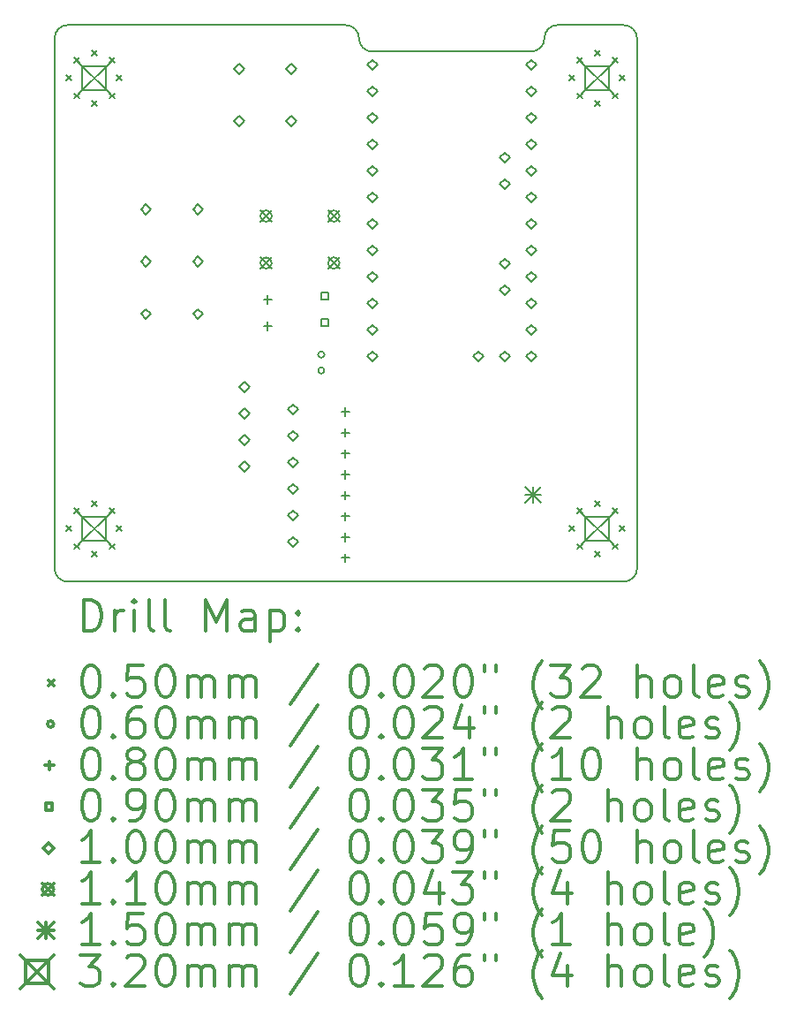
<source format=gbr>
%FSLAX45Y45*%
G04 Gerber Fmt 4.5, Leading zero omitted, Abs format (unit mm)*
G04 Created by KiCad (PCBNEW (5.0.2)-1) date 20.03.2019 19:27:39*
%MOMM*%
%LPD*%
G01*
G04 APERTURE LIST*
%ADD10C,0.150000*%
%ADD11C,0.200000*%
%ADD12C,0.300000*%
G04 APERTURE END LIST*
D10*
X17272000Y-5080000D02*
X17907000Y-5080000D01*
X17145000Y-5207000D02*
G75*
G02X17272000Y-5080000I127000J0D01*
G01*
X15240000Y-5080000D02*
G75*
G02X15367000Y-5207000I0J-127000D01*
G01*
X15494000Y-5334000D02*
G75*
G02X15367000Y-5207000I0J127000D01*
G01*
X17145000Y-5207000D02*
G75*
G02X17018000Y-5334000I-127000J0D01*
G01*
X15494000Y-5334000D02*
X17018000Y-5334000D01*
X18034000Y-10287000D02*
G75*
G02X17907000Y-10414000I-127000J0D01*
G01*
X12573000Y-10414000D02*
G75*
G02X12446000Y-10287000I0J127000D01*
G01*
X12446000Y-5207000D02*
G75*
G02X12573000Y-5080000I127000J0D01*
G01*
X17907000Y-5080000D02*
G75*
G02X18034000Y-5207000I0J-127000D01*
G01*
X15240000Y-5080000D02*
X12573000Y-5080000D01*
X18034000Y-10287000D02*
X18034000Y-5207000D01*
X12573000Y-10414000D02*
X17907000Y-10414000D01*
X12446000Y-5207000D02*
X12446000Y-10287000D01*
D11*
X17388000Y-9881000D02*
X17438000Y-9931000D01*
X17438000Y-9881000D02*
X17388000Y-9931000D01*
X17458294Y-9711294D02*
X17508294Y-9761294D01*
X17508294Y-9711294D02*
X17458294Y-9761294D01*
X17458294Y-10050706D02*
X17508294Y-10100706D01*
X17508294Y-10050706D02*
X17458294Y-10100706D01*
X17628000Y-9641000D02*
X17678000Y-9691000D01*
X17678000Y-9641000D02*
X17628000Y-9691000D01*
X17628000Y-10121000D02*
X17678000Y-10171000D01*
X17678000Y-10121000D02*
X17628000Y-10171000D01*
X17797706Y-9711294D02*
X17847706Y-9761294D01*
X17847706Y-9711294D02*
X17797706Y-9761294D01*
X17797706Y-10050706D02*
X17847706Y-10100706D01*
X17847706Y-10050706D02*
X17797706Y-10100706D01*
X17868000Y-9881000D02*
X17918000Y-9931000D01*
X17918000Y-9881000D02*
X17868000Y-9931000D01*
X12562000Y-9881000D02*
X12612000Y-9931000D01*
X12612000Y-9881000D02*
X12562000Y-9931000D01*
X12632294Y-9711294D02*
X12682294Y-9761294D01*
X12682294Y-9711294D02*
X12632294Y-9761294D01*
X12632294Y-10050706D02*
X12682294Y-10100706D01*
X12682294Y-10050706D02*
X12632294Y-10100706D01*
X12802000Y-9641000D02*
X12852000Y-9691000D01*
X12852000Y-9641000D02*
X12802000Y-9691000D01*
X12802000Y-10121000D02*
X12852000Y-10171000D01*
X12852000Y-10121000D02*
X12802000Y-10171000D01*
X12971706Y-9711294D02*
X13021706Y-9761294D01*
X13021706Y-9711294D02*
X12971706Y-9761294D01*
X12971706Y-10050706D02*
X13021706Y-10100706D01*
X13021706Y-10050706D02*
X12971706Y-10100706D01*
X13042000Y-9881000D02*
X13092000Y-9931000D01*
X13092000Y-9881000D02*
X13042000Y-9931000D01*
X17388000Y-5563000D02*
X17438000Y-5613000D01*
X17438000Y-5563000D02*
X17388000Y-5613000D01*
X17458294Y-5393294D02*
X17508294Y-5443294D01*
X17508294Y-5393294D02*
X17458294Y-5443294D01*
X17458294Y-5732706D02*
X17508294Y-5782706D01*
X17508294Y-5732706D02*
X17458294Y-5782706D01*
X17628000Y-5323000D02*
X17678000Y-5373000D01*
X17678000Y-5323000D02*
X17628000Y-5373000D01*
X17628000Y-5803000D02*
X17678000Y-5853000D01*
X17678000Y-5803000D02*
X17628000Y-5853000D01*
X17797706Y-5393294D02*
X17847706Y-5443294D01*
X17847706Y-5393294D02*
X17797706Y-5443294D01*
X17797706Y-5732706D02*
X17847706Y-5782706D01*
X17847706Y-5732706D02*
X17797706Y-5782706D01*
X17868000Y-5563000D02*
X17918000Y-5613000D01*
X17918000Y-5563000D02*
X17868000Y-5613000D01*
X12562000Y-5563000D02*
X12612000Y-5613000D01*
X12612000Y-5563000D02*
X12562000Y-5613000D01*
X12632294Y-5393294D02*
X12682294Y-5443294D01*
X12682294Y-5393294D02*
X12632294Y-5443294D01*
X12632294Y-5732706D02*
X12682294Y-5782706D01*
X12682294Y-5732706D02*
X12632294Y-5782706D01*
X12802000Y-5323000D02*
X12852000Y-5373000D01*
X12852000Y-5323000D02*
X12802000Y-5373000D01*
X12802000Y-5803000D02*
X12852000Y-5853000D01*
X12852000Y-5803000D02*
X12802000Y-5853000D01*
X12971706Y-5393294D02*
X13021706Y-5443294D01*
X13021706Y-5393294D02*
X12971706Y-5443294D01*
X12971706Y-5732706D02*
X13021706Y-5782706D01*
X13021706Y-5732706D02*
X12971706Y-5782706D01*
X13042000Y-5563000D02*
X13092000Y-5613000D01*
X13092000Y-5563000D02*
X13042000Y-5613000D01*
X15035000Y-8238350D02*
G75*
G03X15035000Y-8238350I-30000J0D01*
G01*
X15035000Y-8388350D02*
G75*
G03X15035000Y-8388350I-30000J0D01*
G01*
X14490700Y-7668900D02*
X14490700Y-7748900D01*
X14450700Y-7708900D02*
X14530700Y-7708900D01*
X14490700Y-7922900D02*
X14490700Y-8002900D01*
X14450700Y-7962900D02*
X14530700Y-7962900D01*
X15236000Y-8746000D02*
X15236000Y-8826000D01*
X15196000Y-8786000D02*
X15276000Y-8786000D01*
X15236000Y-8946000D02*
X15236000Y-9026000D01*
X15196000Y-8986000D02*
X15276000Y-8986000D01*
X15236000Y-9146000D02*
X15236000Y-9226000D01*
X15196000Y-9186000D02*
X15276000Y-9186000D01*
X15236000Y-9346000D02*
X15236000Y-9426000D01*
X15196000Y-9386000D02*
X15276000Y-9386000D01*
X15236000Y-9546000D02*
X15236000Y-9626000D01*
X15196000Y-9586000D02*
X15276000Y-9586000D01*
X15236000Y-9746000D02*
X15236000Y-9826000D01*
X15196000Y-9786000D02*
X15276000Y-9786000D01*
X15236000Y-9946000D02*
X15236000Y-10026000D01*
X15196000Y-9986000D02*
X15276000Y-9986000D01*
X15236000Y-10146000D02*
X15236000Y-10226000D01*
X15196000Y-10186000D02*
X15276000Y-10186000D01*
X15068620Y-7708970D02*
X15068620Y-7645330D01*
X15004980Y-7645330D01*
X15004980Y-7708970D01*
X15068620Y-7708970D01*
X15068620Y-7962970D02*
X15068620Y-7899330D01*
X15004980Y-7899330D01*
X15004980Y-7962970D01*
X15068620Y-7962970D01*
X14732000Y-8813000D02*
X14782000Y-8763000D01*
X14732000Y-8713000D01*
X14682000Y-8763000D01*
X14732000Y-8813000D01*
X14732000Y-9067000D02*
X14782000Y-9017000D01*
X14732000Y-8967000D01*
X14682000Y-9017000D01*
X14732000Y-9067000D01*
X14732000Y-9321000D02*
X14782000Y-9271000D01*
X14732000Y-9221000D01*
X14682000Y-9271000D01*
X14732000Y-9321000D01*
X14732000Y-9575000D02*
X14782000Y-9525000D01*
X14732000Y-9475000D01*
X14682000Y-9525000D01*
X14732000Y-9575000D01*
X14732000Y-9829000D02*
X14782000Y-9779000D01*
X14732000Y-9729000D01*
X14682000Y-9779000D01*
X14732000Y-9829000D01*
X14732000Y-10083000D02*
X14782000Y-10033000D01*
X14732000Y-9983000D01*
X14682000Y-10033000D01*
X14732000Y-10083000D01*
X14219300Y-5550750D02*
X14269300Y-5500750D01*
X14219300Y-5450750D01*
X14169300Y-5500750D01*
X14219300Y-5550750D01*
X14219300Y-6050750D02*
X14269300Y-6000750D01*
X14219300Y-5950750D01*
X14169300Y-6000750D01*
X14219300Y-6050750D01*
X14719300Y-5550750D02*
X14769300Y-5500750D01*
X14719300Y-5450750D01*
X14669300Y-5500750D01*
X14719300Y-5550750D01*
X14719300Y-6050750D02*
X14769300Y-6000750D01*
X14719300Y-5950750D01*
X14669300Y-6000750D01*
X14719300Y-6050750D01*
X15494000Y-5511000D02*
X15544000Y-5461000D01*
X15494000Y-5411000D01*
X15444000Y-5461000D01*
X15494000Y-5511000D01*
X15494000Y-5765000D02*
X15544000Y-5715000D01*
X15494000Y-5665000D01*
X15444000Y-5715000D01*
X15494000Y-5765000D01*
X15494000Y-6019000D02*
X15544000Y-5969000D01*
X15494000Y-5919000D01*
X15444000Y-5969000D01*
X15494000Y-6019000D01*
X15494000Y-6273000D02*
X15544000Y-6223000D01*
X15494000Y-6173000D01*
X15444000Y-6223000D01*
X15494000Y-6273000D01*
X15494000Y-6527000D02*
X15544000Y-6477000D01*
X15494000Y-6427000D01*
X15444000Y-6477000D01*
X15494000Y-6527000D01*
X15494000Y-6781000D02*
X15544000Y-6731000D01*
X15494000Y-6681000D01*
X15444000Y-6731000D01*
X15494000Y-6781000D01*
X15494000Y-7035000D02*
X15544000Y-6985000D01*
X15494000Y-6935000D01*
X15444000Y-6985000D01*
X15494000Y-7035000D01*
X15494000Y-7289000D02*
X15544000Y-7239000D01*
X15494000Y-7189000D01*
X15444000Y-7239000D01*
X15494000Y-7289000D01*
X15494000Y-7543000D02*
X15544000Y-7493000D01*
X15494000Y-7443000D01*
X15444000Y-7493000D01*
X15494000Y-7543000D01*
X15494000Y-7797000D02*
X15544000Y-7747000D01*
X15494000Y-7697000D01*
X15444000Y-7747000D01*
X15494000Y-7797000D01*
X15494000Y-8051000D02*
X15544000Y-8001000D01*
X15494000Y-7951000D01*
X15444000Y-8001000D01*
X15494000Y-8051000D01*
X15494000Y-8305000D02*
X15544000Y-8255000D01*
X15494000Y-8205000D01*
X15444000Y-8255000D01*
X15494000Y-8305000D01*
X16510000Y-8305000D02*
X16560000Y-8255000D01*
X16510000Y-8205000D01*
X16460000Y-8255000D01*
X16510000Y-8305000D01*
X16764000Y-6400000D02*
X16814000Y-6350000D01*
X16764000Y-6300000D01*
X16714000Y-6350000D01*
X16764000Y-6400000D01*
X16764000Y-6654000D02*
X16814000Y-6604000D01*
X16764000Y-6554000D01*
X16714000Y-6604000D01*
X16764000Y-6654000D01*
X16764000Y-7416000D02*
X16814000Y-7366000D01*
X16764000Y-7316000D01*
X16714000Y-7366000D01*
X16764000Y-7416000D01*
X16764000Y-7670000D02*
X16814000Y-7620000D01*
X16764000Y-7570000D01*
X16714000Y-7620000D01*
X16764000Y-7670000D01*
X16764000Y-8305000D02*
X16814000Y-8255000D01*
X16764000Y-8205000D01*
X16714000Y-8255000D01*
X16764000Y-8305000D01*
X17018000Y-5511000D02*
X17068000Y-5461000D01*
X17018000Y-5411000D01*
X16968000Y-5461000D01*
X17018000Y-5511000D01*
X17018000Y-5765000D02*
X17068000Y-5715000D01*
X17018000Y-5665000D01*
X16968000Y-5715000D01*
X17018000Y-5765000D01*
X17018000Y-6019000D02*
X17068000Y-5969000D01*
X17018000Y-5919000D01*
X16968000Y-5969000D01*
X17018000Y-6019000D01*
X17018000Y-6273000D02*
X17068000Y-6223000D01*
X17018000Y-6173000D01*
X16968000Y-6223000D01*
X17018000Y-6273000D01*
X17018000Y-6527000D02*
X17068000Y-6477000D01*
X17018000Y-6427000D01*
X16968000Y-6477000D01*
X17018000Y-6527000D01*
X17018000Y-6781000D02*
X17068000Y-6731000D01*
X17018000Y-6681000D01*
X16968000Y-6731000D01*
X17018000Y-6781000D01*
X17018000Y-7035000D02*
X17068000Y-6985000D01*
X17018000Y-6935000D01*
X16968000Y-6985000D01*
X17018000Y-7035000D01*
X17018000Y-7289000D02*
X17068000Y-7239000D01*
X17018000Y-7189000D01*
X16968000Y-7239000D01*
X17018000Y-7289000D01*
X17018000Y-7543000D02*
X17068000Y-7493000D01*
X17018000Y-7443000D01*
X16968000Y-7493000D01*
X17018000Y-7543000D01*
X17018000Y-7797000D02*
X17068000Y-7747000D01*
X17018000Y-7697000D01*
X16968000Y-7747000D01*
X17018000Y-7797000D01*
X17018000Y-8051000D02*
X17068000Y-8001000D01*
X17018000Y-7951000D01*
X16968000Y-8001000D01*
X17018000Y-8051000D01*
X17018000Y-8305000D02*
X17068000Y-8255000D01*
X17018000Y-8205000D01*
X16968000Y-8255000D01*
X17018000Y-8305000D01*
X14268400Y-8597100D02*
X14318400Y-8547100D01*
X14268400Y-8497100D01*
X14218400Y-8547100D01*
X14268400Y-8597100D01*
X14268400Y-8851100D02*
X14318400Y-8801100D01*
X14268400Y-8751100D01*
X14218400Y-8801100D01*
X14268400Y-8851100D01*
X14268400Y-9105100D02*
X14318400Y-9055100D01*
X14268400Y-9005100D01*
X14218400Y-9055100D01*
X14268400Y-9105100D01*
X14268400Y-9359100D02*
X14318400Y-9309100D01*
X14268400Y-9259100D01*
X14218400Y-9309100D01*
X14268400Y-9359100D01*
X13324000Y-6898600D02*
X13374000Y-6848600D01*
X13324000Y-6798600D01*
X13274000Y-6848600D01*
X13324000Y-6898600D01*
X13324000Y-7398600D02*
X13374000Y-7348600D01*
X13324000Y-7298600D01*
X13274000Y-7348600D01*
X13324000Y-7398600D01*
X13324000Y-7898600D02*
X13374000Y-7848600D01*
X13324000Y-7798600D01*
X13274000Y-7848600D01*
X13324000Y-7898600D01*
X13824000Y-6898600D02*
X13874000Y-6848600D01*
X13824000Y-6798600D01*
X13774000Y-6848600D01*
X13824000Y-6898600D01*
X13824000Y-7398600D02*
X13874000Y-7348600D01*
X13824000Y-7298600D01*
X13774000Y-7348600D01*
X13824000Y-7398600D01*
X13824000Y-7898600D02*
X13874000Y-7848600D01*
X13824000Y-7798600D01*
X13774000Y-7848600D01*
X13824000Y-7898600D01*
X14420700Y-6854650D02*
X14530700Y-6964650D01*
X14530700Y-6854650D02*
X14420700Y-6964650D01*
X14530700Y-6909650D02*
G75*
G03X14530700Y-6909650I-55000J0D01*
G01*
X14420700Y-7304650D02*
X14530700Y-7414650D01*
X14530700Y-7304650D02*
X14420700Y-7414650D01*
X14530700Y-7359650D02*
G75*
G03X14530700Y-7359650I-55000J0D01*
G01*
X15070700Y-6854650D02*
X15180700Y-6964650D01*
X15180700Y-6854650D02*
X15070700Y-6964650D01*
X15180700Y-6909650D02*
G75*
G03X15180700Y-6909650I-55000J0D01*
G01*
X15070700Y-7304650D02*
X15180700Y-7414650D01*
X15180700Y-7304650D02*
X15070700Y-7414650D01*
X15180700Y-7359650D02*
G75*
G03X15180700Y-7359650I-55000J0D01*
G01*
X16963300Y-9507150D02*
X17113300Y-9657150D01*
X17113300Y-9507150D02*
X16963300Y-9657150D01*
X17038300Y-9507150D02*
X17038300Y-9657150D01*
X16963300Y-9582150D02*
X17113300Y-9582150D01*
X17493000Y-9746000D02*
X17813000Y-10066000D01*
X17813000Y-9746000D02*
X17493000Y-10066000D01*
X17766138Y-10019138D02*
X17766138Y-9792862D01*
X17539862Y-9792862D01*
X17539862Y-10019138D01*
X17766138Y-10019138D01*
X12667000Y-9746000D02*
X12987000Y-10066000D01*
X12987000Y-9746000D02*
X12667000Y-10066000D01*
X12940138Y-10019138D02*
X12940138Y-9792862D01*
X12713862Y-9792862D01*
X12713862Y-10019138D01*
X12940138Y-10019138D01*
X17493000Y-5428000D02*
X17813000Y-5748000D01*
X17813000Y-5428000D02*
X17493000Y-5748000D01*
X17766138Y-5701138D02*
X17766138Y-5474862D01*
X17539862Y-5474862D01*
X17539862Y-5701138D01*
X17766138Y-5701138D01*
X12667000Y-5428000D02*
X12987000Y-5748000D01*
X12987000Y-5428000D02*
X12667000Y-5748000D01*
X12940138Y-5701138D02*
X12940138Y-5474862D01*
X12713862Y-5474862D01*
X12713862Y-5701138D01*
X12940138Y-5701138D01*
D12*
X12724928Y-10887214D02*
X12724928Y-10587214D01*
X12796357Y-10587214D01*
X12839214Y-10601500D01*
X12867786Y-10630072D01*
X12882071Y-10658643D01*
X12896357Y-10715786D01*
X12896357Y-10758643D01*
X12882071Y-10815786D01*
X12867786Y-10844357D01*
X12839214Y-10872929D01*
X12796357Y-10887214D01*
X12724928Y-10887214D01*
X13024928Y-10887214D02*
X13024928Y-10687214D01*
X13024928Y-10744357D02*
X13039214Y-10715786D01*
X13053500Y-10701500D01*
X13082071Y-10687214D01*
X13110643Y-10687214D01*
X13210643Y-10887214D02*
X13210643Y-10687214D01*
X13210643Y-10587214D02*
X13196357Y-10601500D01*
X13210643Y-10615786D01*
X13224928Y-10601500D01*
X13210643Y-10587214D01*
X13210643Y-10615786D01*
X13396357Y-10887214D02*
X13367786Y-10872929D01*
X13353500Y-10844357D01*
X13353500Y-10587214D01*
X13553500Y-10887214D02*
X13524928Y-10872929D01*
X13510643Y-10844357D01*
X13510643Y-10587214D01*
X13896357Y-10887214D02*
X13896357Y-10587214D01*
X13996357Y-10801500D01*
X14096357Y-10587214D01*
X14096357Y-10887214D01*
X14367786Y-10887214D02*
X14367786Y-10730072D01*
X14353500Y-10701500D01*
X14324928Y-10687214D01*
X14267786Y-10687214D01*
X14239214Y-10701500D01*
X14367786Y-10872929D02*
X14339214Y-10887214D01*
X14267786Y-10887214D01*
X14239214Y-10872929D01*
X14224928Y-10844357D01*
X14224928Y-10815786D01*
X14239214Y-10787214D01*
X14267786Y-10772929D01*
X14339214Y-10772929D01*
X14367786Y-10758643D01*
X14510643Y-10687214D02*
X14510643Y-10987214D01*
X14510643Y-10701500D02*
X14539214Y-10687214D01*
X14596357Y-10687214D01*
X14624928Y-10701500D01*
X14639214Y-10715786D01*
X14653500Y-10744357D01*
X14653500Y-10830072D01*
X14639214Y-10858643D01*
X14624928Y-10872929D01*
X14596357Y-10887214D01*
X14539214Y-10887214D01*
X14510643Y-10872929D01*
X14782071Y-10858643D02*
X14796357Y-10872929D01*
X14782071Y-10887214D01*
X14767786Y-10872929D01*
X14782071Y-10858643D01*
X14782071Y-10887214D01*
X14782071Y-10701500D02*
X14796357Y-10715786D01*
X14782071Y-10730072D01*
X14767786Y-10715786D01*
X14782071Y-10701500D01*
X14782071Y-10730072D01*
X12388500Y-11356500D02*
X12438500Y-11406500D01*
X12438500Y-11356500D02*
X12388500Y-11406500D01*
X12782071Y-11217214D02*
X12810643Y-11217214D01*
X12839214Y-11231500D01*
X12853500Y-11245786D01*
X12867786Y-11274357D01*
X12882071Y-11331500D01*
X12882071Y-11402929D01*
X12867786Y-11460071D01*
X12853500Y-11488643D01*
X12839214Y-11502929D01*
X12810643Y-11517214D01*
X12782071Y-11517214D01*
X12753500Y-11502929D01*
X12739214Y-11488643D01*
X12724928Y-11460071D01*
X12710643Y-11402929D01*
X12710643Y-11331500D01*
X12724928Y-11274357D01*
X12739214Y-11245786D01*
X12753500Y-11231500D01*
X12782071Y-11217214D01*
X13010643Y-11488643D02*
X13024928Y-11502929D01*
X13010643Y-11517214D01*
X12996357Y-11502929D01*
X13010643Y-11488643D01*
X13010643Y-11517214D01*
X13296357Y-11217214D02*
X13153500Y-11217214D01*
X13139214Y-11360071D01*
X13153500Y-11345786D01*
X13182071Y-11331500D01*
X13253500Y-11331500D01*
X13282071Y-11345786D01*
X13296357Y-11360071D01*
X13310643Y-11388643D01*
X13310643Y-11460071D01*
X13296357Y-11488643D01*
X13282071Y-11502929D01*
X13253500Y-11517214D01*
X13182071Y-11517214D01*
X13153500Y-11502929D01*
X13139214Y-11488643D01*
X13496357Y-11217214D02*
X13524928Y-11217214D01*
X13553500Y-11231500D01*
X13567786Y-11245786D01*
X13582071Y-11274357D01*
X13596357Y-11331500D01*
X13596357Y-11402929D01*
X13582071Y-11460071D01*
X13567786Y-11488643D01*
X13553500Y-11502929D01*
X13524928Y-11517214D01*
X13496357Y-11517214D01*
X13467786Y-11502929D01*
X13453500Y-11488643D01*
X13439214Y-11460071D01*
X13424928Y-11402929D01*
X13424928Y-11331500D01*
X13439214Y-11274357D01*
X13453500Y-11245786D01*
X13467786Y-11231500D01*
X13496357Y-11217214D01*
X13724928Y-11517214D02*
X13724928Y-11317214D01*
X13724928Y-11345786D02*
X13739214Y-11331500D01*
X13767786Y-11317214D01*
X13810643Y-11317214D01*
X13839214Y-11331500D01*
X13853500Y-11360071D01*
X13853500Y-11517214D01*
X13853500Y-11360071D02*
X13867786Y-11331500D01*
X13896357Y-11317214D01*
X13939214Y-11317214D01*
X13967786Y-11331500D01*
X13982071Y-11360071D01*
X13982071Y-11517214D01*
X14124928Y-11517214D02*
X14124928Y-11317214D01*
X14124928Y-11345786D02*
X14139214Y-11331500D01*
X14167786Y-11317214D01*
X14210643Y-11317214D01*
X14239214Y-11331500D01*
X14253500Y-11360071D01*
X14253500Y-11517214D01*
X14253500Y-11360071D02*
X14267786Y-11331500D01*
X14296357Y-11317214D01*
X14339214Y-11317214D01*
X14367786Y-11331500D01*
X14382071Y-11360071D01*
X14382071Y-11517214D01*
X14967786Y-11202929D02*
X14710643Y-11588643D01*
X15353500Y-11217214D02*
X15382071Y-11217214D01*
X15410643Y-11231500D01*
X15424928Y-11245786D01*
X15439214Y-11274357D01*
X15453500Y-11331500D01*
X15453500Y-11402929D01*
X15439214Y-11460071D01*
X15424928Y-11488643D01*
X15410643Y-11502929D01*
X15382071Y-11517214D01*
X15353500Y-11517214D01*
X15324928Y-11502929D01*
X15310643Y-11488643D01*
X15296357Y-11460071D01*
X15282071Y-11402929D01*
X15282071Y-11331500D01*
X15296357Y-11274357D01*
X15310643Y-11245786D01*
X15324928Y-11231500D01*
X15353500Y-11217214D01*
X15582071Y-11488643D02*
X15596357Y-11502929D01*
X15582071Y-11517214D01*
X15567786Y-11502929D01*
X15582071Y-11488643D01*
X15582071Y-11517214D01*
X15782071Y-11217214D02*
X15810643Y-11217214D01*
X15839214Y-11231500D01*
X15853500Y-11245786D01*
X15867786Y-11274357D01*
X15882071Y-11331500D01*
X15882071Y-11402929D01*
X15867786Y-11460071D01*
X15853500Y-11488643D01*
X15839214Y-11502929D01*
X15810643Y-11517214D01*
X15782071Y-11517214D01*
X15753500Y-11502929D01*
X15739214Y-11488643D01*
X15724928Y-11460071D01*
X15710643Y-11402929D01*
X15710643Y-11331500D01*
X15724928Y-11274357D01*
X15739214Y-11245786D01*
X15753500Y-11231500D01*
X15782071Y-11217214D01*
X15996357Y-11245786D02*
X16010643Y-11231500D01*
X16039214Y-11217214D01*
X16110643Y-11217214D01*
X16139214Y-11231500D01*
X16153500Y-11245786D01*
X16167786Y-11274357D01*
X16167786Y-11302929D01*
X16153500Y-11345786D01*
X15982071Y-11517214D01*
X16167786Y-11517214D01*
X16353500Y-11217214D02*
X16382071Y-11217214D01*
X16410643Y-11231500D01*
X16424928Y-11245786D01*
X16439214Y-11274357D01*
X16453500Y-11331500D01*
X16453500Y-11402929D01*
X16439214Y-11460071D01*
X16424928Y-11488643D01*
X16410643Y-11502929D01*
X16382071Y-11517214D01*
X16353500Y-11517214D01*
X16324928Y-11502929D01*
X16310643Y-11488643D01*
X16296357Y-11460071D01*
X16282071Y-11402929D01*
X16282071Y-11331500D01*
X16296357Y-11274357D01*
X16310643Y-11245786D01*
X16324928Y-11231500D01*
X16353500Y-11217214D01*
X16567786Y-11217214D02*
X16567786Y-11274357D01*
X16682071Y-11217214D02*
X16682071Y-11274357D01*
X17124928Y-11631500D02*
X17110643Y-11617214D01*
X17082071Y-11574357D01*
X17067786Y-11545786D01*
X17053500Y-11502929D01*
X17039214Y-11431500D01*
X17039214Y-11374357D01*
X17053500Y-11302929D01*
X17067786Y-11260071D01*
X17082071Y-11231500D01*
X17110643Y-11188643D01*
X17124928Y-11174357D01*
X17210643Y-11217214D02*
X17396357Y-11217214D01*
X17296357Y-11331500D01*
X17339214Y-11331500D01*
X17367786Y-11345786D01*
X17382071Y-11360071D01*
X17396357Y-11388643D01*
X17396357Y-11460071D01*
X17382071Y-11488643D01*
X17367786Y-11502929D01*
X17339214Y-11517214D01*
X17253500Y-11517214D01*
X17224928Y-11502929D01*
X17210643Y-11488643D01*
X17510643Y-11245786D02*
X17524928Y-11231500D01*
X17553500Y-11217214D01*
X17624928Y-11217214D01*
X17653500Y-11231500D01*
X17667786Y-11245786D01*
X17682071Y-11274357D01*
X17682071Y-11302929D01*
X17667786Y-11345786D01*
X17496357Y-11517214D01*
X17682071Y-11517214D01*
X18039214Y-11517214D02*
X18039214Y-11217214D01*
X18167786Y-11517214D02*
X18167786Y-11360071D01*
X18153500Y-11331500D01*
X18124928Y-11317214D01*
X18082071Y-11317214D01*
X18053500Y-11331500D01*
X18039214Y-11345786D01*
X18353500Y-11517214D02*
X18324928Y-11502929D01*
X18310643Y-11488643D01*
X18296357Y-11460071D01*
X18296357Y-11374357D01*
X18310643Y-11345786D01*
X18324928Y-11331500D01*
X18353500Y-11317214D01*
X18396357Y-11317214D01*
X18424928Y-11331500D01*
X18439214Y-11345786D01*
X18453500Y-11374357D01*
X18453500Y-11460071D01*
X18439214Y-11488643D01*
X18424928Y-11502929D01*
X18396357Y-11517214D01*
X18353500Y-11517214D01*
X18624928Y-11517214D02*
X18596357Y-11502929D01*
X18582071Y-11474357D01*
X18582071Y-11217214D01*
X18853500Y-11502929D02*
X18824928Y-11517214D01*
X18767786Y-11517214D01*
X18739214Y-11502929D01*
X18724928Y-11474357D01*
X18724928Y-11360071D01*
X18739214Y-11331500D01*
X18767786Y-11317214D01*
X18824928Y-11317214D01*
X18853500Y-11331500D01*
X18867786Y-11360071D01*
X18867786Y-11388643D01*
X18724928Y-11417214D01*
X18982071Y-11502929D02*
X19010643Y-11517214D01*
X19067786Y-11517214D01*
X19096357Y-11502929D01*
X19110643Y-11474357D01*
X19110643Y-11460071D01*
X19096357Y-11431500D01*
X19067786Y-11417214D01*
X19024928Y-11417214D01*
X18996357Y-11402929D01*
X18982071Y-11374357D01*
X18982071Y-11360071D01*
X18996357Y-11331500D01*
X19024928Y-11317214D01*
X19067786Y-11317214D01*
X19096357Y-11331500D01*
X19210643Y-11631500D02*
X19224928Y-11617214D01*
X19253500Y-11574357D01*
X19267786Y-11545786D01*
X19282071Y-11502929D01*
X19296357Y-11431500D01*
X19296357Y-11374357D01*
X19282071Y-11302929D01*
X19267786Y-11260071D01*
X19253500Y-11231500D01*
X19224928Y-11188643D01*
X19210643Y-11174357D01*
X12438500Y-11777500D02*
G75*
G03X12438500Y-11777500I-30000J0D01*
G01*
X12782071Y-11613214D02*
X12810643Y-11613214D01*
X12839214Y-11627500D01*
X12853500Y-11641786D01*
X12867786Y-11670357D01*
X12882071Y-11727500D01*
X12882071Y-11798929D01*
X12867786Y-11856071D01*
X12853500Y-11884643D01*
X12839214Y-11898929D01*
X12810643Y-11913214D01*
X12782071Y-11913214D01*
X12753500Y-11898929D01*
X12739214Y-11884643D01*
X12724928Y-11856071D01*
X12710643Y-11798929D01*
X12710643Y-11727500D01*
X12724928Y-11670357D01*
X12739214Y-11641786D01*
X12753500Y-11627500D01*
X12782071Y-11613214D01*
X13010643Y-11884643D02*
X13024928Y-11898929D01*
X13010643Y-11913214D01*
X12996357Y-11898929D01*
X13010643Y-11884643D01*
X13010643Y-11913214D01*
X13282071Y-11613214D02*
X13224928Y-11613214D01*
X13196357Y-11627500D01*
X13182071Y-11641786D01*
X13153500Y-11684643D01*
X13139214Y-11741786D01*
X13139214Y-11856071D01*
X13153500Y-11884643D01*
X13167786Y-11898929D01*
X13196357Y-11913214D01*
X13253500Y-11913214D01*
X13282071Y-11898929D01*
X13296357Y-11884643D01*
X13310643Y-11856071D01*
X13310643Y-11784643D01*
X13296357Y-11756071D01*
X13282071Y-11741786D01*
X13253500Y-11727500D01*
X13196357Y-11727500D01*
X13167786Y-11741786D01*
X13153500Y-11756071D01*
X13139214Y-11784643D01*
X13496357Y-11613214D02*
X13524928Y-11613214D01*
X13553500Y-11627500D01*
X13567786Y-11641786D01*
X13582071Y-11670357D01*
X13596357Y-11727500D01*
X13596357Y-11798929D01*
X13582071Y-11856071D01*
X13567786Y-11884643D01*
X13553500Y-11898929D01*
X13524928Y-11913214D01*
X13496357Y-11913214D01*
X13467786Y-11898929D01*
X13453500Y-11884643D01*
X13439214Y-11856071D01*
X13424928Y-11798929D01*
X13424928Y-11727500D01*
X13439214Y-11670357D01*
X13453500Y-11641786D01*
X13467786Y-11627500D01*
X13496357Y-11613214D01*
X13724928Y-11913214D02*
X13724928Y-11713214D01*
X13724928Y-11741786D02*
X13739214Y-11727500D01*
X13767786Y-11713214D01*
X13810643Y-11713214D01*
X13839214Y-11727500D01*
X13853500Y-11756071D01*
X13853500Y-11913214D01*
X13853500Y-11756071D02*
X13867786Y-11727500D01*
X13896357Y-11713214D01*
X13939214Y-11713214D01*
X13967786Y-11727500D01*
X13982071Y-11756071D01*
X13982071Y-11913214D01*
X14124928Y-11913214D02*
X14124928Y-11713214D01*
X14124928Y-11741786D02*
X14139214Y-11727500D01*
X14167786Y-11713214D01*
X14210643Y-11713214D01*
X14239214Y-11727500D01*
X14253500Y-11756071D01*
X14253500Y-11913214D01*
X14253500Y-11756071D02*
X14267786Y-11727500D01*
X14296357Y-11713214D01*
X14339214Y-11713214D01*
X14367786Y-11727500D01*
X14382071Y-11756071D01*
X14382071Y-11913214D01*
X14967786Y-11598929D02*
X14710643Y-11984643D01*
X15353500Y-11613214D02*
X15382071Y-11613214D01*
X15410643Y-11627500D01*
X15424928Y-11641786D01*
X15439214Y-11670357D01*
X15453500Y-11727500D01*
X15453500Y-11798929D01*
X15439214Y-11856071D01*
X15424928Y-11884643D01*
X15410643Y-11898929D01*
X15382071Y-11913214D01*
X15353500Y-11913214D01*
X15324928Y-11898929D01*
X15310643Y-11884643D01*
X15296357Y-11856071D01*
X15282071Y-11798929D01*
X15282071Y-11727500D01*
X15296357Y-11670357D01*
X15310643Y-11641786D01*
X15324928Y-11627500D01*
X15353500Y-11613214D01*
X15582071Y-11884643D02*
X15596357Y-11898929D01*
X15582071Y-11913214D01*
X15567786Y-11898929D01*
X15582071Y-11884643D01*
X15582071Y-11913214D01*
X15782071Y-11613214D02*
X15810643Y-11613214D01*
X15839214Y-11627500D01*
X15853500Y-11641786D01*
X15867786Y-11670357D01*
X15882071Y-11727500D01*
X15882071Y-11798929D01*
X15867786Y-11856071D01*
X15853500Y-11884643D01*
X15839214Y-11898929D01*
X15810643Y-11913214D01*
X15782071Y-11913214D01*
X15753500Y-11898929D01*
X15739214Y-11884643D01*
X15724928Y-11856071D01*
X15710643Y-11798929D01*
X15710643Y-11727500D01*
X15724928Y-11670357D01*
X15739214Y-11641786D01*
X15753500Y-11627500D01*
X15782071Y-11613214D01*
X15996357Y-11641786D02*
X16010643Y-11627500D01*
X16039214Y-11613214D01*
X16110643Y-11613214D01*
X16139214Y-11627500D01*
X16153500Y-11641786D01*
X16167786Y-11670357D01*
X16167786Y-11698929D01*
X16153500Y-11741786D01*
X15982071Y-11913214D01*
X16167786Y-11913214D01*
X16424928Y-11713214D02*
X16424928Y-11913214D01*
X16353500Y-11598929D02*
X16282071Y-11813214D01*
X16467786Y-11813214D01*
X16567786Y-11613214D02*
X16567786Y-11670357D01*
X16682071Y-11613214D02*
X16682071Y-11670357D01*
X17124928Y-12027500D02*
X17110643Y-12013214D01*
X17082071Y-11970357D01*
X17067786Y-11941786D01*
X17053500Y-11898929D01*
X17039214Y-11827500D01*
X17039214Y-11770357D01*
X17053500Y-11698929D01*
X17067786Y-11656071D01*
X17082071Y-11627500D01*
X17110643Y-11584643D01*
X17124928Y-11570357D01*
X17224928Y-11641786D02*
X17239214Y-11627500D01*
X17267786Y-11613214D01*
X17339214Y-11613214D01*
X17367786Y-11627500D01*
X17382071Y-11641786D01*
X17396357Y-11670357D01*
X17396357Y-11698929D01*
X17382071Y-11741786D01*
X17210643Y-11913214D01*
X17396357Y-11913214D01*
X17753500Y-11913214D02*
X17753500Y-11613214D01*
X17882071Y-11913214D02*
X17882071Y-11756071D01*
X17867786Y-11727500D01*
X17839214Y-11713214D01*
X17796357Y-11713214D01*
X17767786Y-11727500D01*
X17753500Y-11741786D01*
X18067786Y-11913214D02*
X18039214Y-11898929D01*
X18024928Y-11884643D01*
X18010643Y-11856071D01*
X18010643Y-11770357D01*
X18024928Y-11741786D01*
X18039214Y-11727500D01*
X18067786Y-11713214D01*
X18110643Y-11713214D01*
X18139214Y-11727500D01*
X18153500Y-11741786D01*
X18167786Y-11770357D01*
X18167786Y-11856071D01*
X18153500Y-11884643D01*
X18139214Y-11898929D01*
X18110643Y-11913214D01*
X18067786Y-11913214D01*
X18339214Y-11913214D02*
X18310643Y-11898929D01*
X18296357Y-11870357D01*
X18296357Y-11613214D01*
X18567786Y-11898929D02*
X18539214Y-11913214D01*
X18482071Y-11913214D01*
X18453500Y-11898929D01*
X18439214Y-11870357D01*
X18439214Y-11756071D01*
X18453500Y-11727500D01*
X18482071Y-11713214D01*
X18539214Y-11713214D01*
X18567786Y-11727500D01*
X18582071Y-11756071D01*
X18582071Y-11784643D01*
X18439214Y-11813214D01*
X18696357Y-11898929D02*
X18724928Y-11913214D01*
X18782071Y-11913214D01*
X18810643Y-11898929D01*
X18824928Y-11870357D01*
X18824928Y-11856071D01*
X18810643Y-11827500D01*
X18782071Y-11813214D01*
X18739214Y-11813214D01*
X18710643Y-11798929D01*
X18696357Y-11770357D01*
X18696357Y-11756071D01*
X18710643Y-11727500D01*
X18739214Y-11713214D01*
X18782071Y-11713214D01*
X18810643Y-11727500D01*
X18924928Y-12027500D02*
X18939214Y-12013214D01*
X18967786Y-11970357D01*
X18982071Y-11941786D01*
X18996357Y-11898929D01*
X19010643Y-11827500D01*
X19010643Y-11770357D01*
X18996357Y-11698929D01*
X18982071Y-11656071D01*
X18967786Y-11627500D01*
X18939214Y-11584643D01*
X18924928Y-11570357D01*
X12398500Y-12133500D02*
X12398500Y-12213500D01*
X12358500Y-12173500D02*
X12438500Y-12173500D01*
X12782071Y-12009214D02*
X12810643Y-12009214D01*
X12839214Y-12023500D01*
X12853500Y-12037786D01*
X12867786Y-12066357D01*
X12882071Y-12123500D01*
X12882071Y-12194929D01*
X12867786Y-12252071D01*
X12853500Y-12280643D01*
X12839214Y-12294929D01*
X12810643Y-12309214D01*
X12782071Y-12309214D01*
X12753500Y-12294929D01*
X12739214Y-12280643D01*
X12724928Y-12252071D01*
X12710643Y-12194929D01*
X12710643Y-12123500D01*
X12724928Y-12066357D01*
X12739214Y-12037786D01*
X12753500Y-12023500D01*
X12782071Y-12009214D01*
X13010643Y-12280643D02*
X13024928Y-12294929D01*
X13010643Y-12309214D01*
X12996357Y-12294929D01*
X13010643Y-12280643D01*
X13010643Y-12309214D01*
X13196357Y-12137786D02*
X13167786Y-12123500D01*
X13153500Y-12109214D01*
X13139214Y-12080643D01*
X13139214Y-12066357D01*
X13153500Y-12037786D01*
X13167786Y-12023500D01*
X13196357Y-12009214D01*
X13253500Y-12009214D01*
X13282071Y-12023500D01*
X13296357Y-12037786D01*
X13310643Y-12066357D01*
X13310643Y-12080643D01*
X13296357Y-12109214D01*
X13282071Y-12123500D01*
X13253500Y-12137786D01*
X13196357Y-12137786D01*
X13167786Y-12152071D01*
X13153500Y-12166357D01*
X13139214Y-12194929D01*
X13139214Y-12252071D01*
X13153500Y-12280643D01*
X13167786Y-12294929D01*
X13196357Y-12309214D01*
X13253500Y-12309214D01*
X13282071Y-12294929D01*
X13296357Y-12280643D01*
X13310643Y-12252071D01*
X13310643Y-12194929D01*
X13296357Y-12166357D01*
X13282071Y-12152071D01*
X13253500Y-12137786D01*
X13496357Y-12009214D02*
X13524928Y-12009214D01*
X13553500Y-12023500D01*
X13567786Y-12037786D01*
X13582071Y-12066357D01*
X13596357Y-12123500D01*
X13596357Y-12194929D01*
X13582071Y-12252071D01*
X13567786Y-12280643D01*
X13553500Y-12294929D01*
X13524928Y-12309214D01*
X13496357Y-12309214D01*
X13467786Y-12294929D01*
X13453500Y-12280643D01*
X13439214Y-12252071D01*
X13424928Y-12194929D01*
X13424928Y-12123500D01*
X13439214Y-12066357D01*
X13453500Y-12037786D01*
X13467786Y-12023500D01*
X13496357Y-12009214D01*
X13724928Y-12309214D02*
X13724928Y-12109214D01*
X13724928Y-12137786D02*
X13739214Y-12123500D01*
X13767786Y-12109214D01*
X13810643Y-12109214D01*
X13839214Y-12123500D01*
X13853500Y-12152071D01*
X13853500Y-12309214D01*
X13853500Y-12152071D02*
X13867786Y-12123500D01*
X13896357Y-12109214D01*
X13939214Y-12109214D01*
X13967786Y-12123500D01*
X13982071Y-12152071D01*
X13982071Y-12309214D01*
X14124928Y-12309214D02*
X14124928Y-12109214D01*
X14124928Y-12137786D02*
X14139214Y-12123500D01*
X14167786Y-12109214D01*
X14210643Y-12109214D01*
X14239214Y-12123500D01*
X14253500Y-12152071D01*
X14253500Y-12309214D01*
X14253500Y-12152071D02*
X14267786Y-12123500D01*
X14296357Y-12109214D01*
X14339214Y-12109214D01*
X14367786Y-12123500D01*
X14382071Y-12152071D01*
X14382071Y-12309214D01*
X14967786Y-11994929D02*
X14710643Y-12380643D01*
X15353500Y-12009214D02*
X15382071Y-12009214D01*
X15410643Y-12023500D01*
X15424928Y-12037786D01*
X15439214Y-12066357D01*
X15453500Y-12123500D01*
X15453500Y-12194929D01*
X15439214Y-12252071D01*
X15424928Y-12280643D01*
X15410643Y-12294929D01*
X15382071Y-12309214D01*
X15353500Y-12309214D01*
X15324928Y-12294929D01*
X15310643Y-12280643D01*
X15296357Y-12252071D01*
X15282071Y-12194929D01*
X15282071Y-12123500D01*
X15296357Y-12066357D01*
X15310643Y-12037786D01*
X15324928Y-12023500D01*
X15353500Y-12009214D01*
X15582071Y-12280643D02*
X15596357Y-12294929D01*
X15582071Y-12309214D01*
X15567786Y-12294929D01*
X15582071Y-12280643D01*
X15582071Y-12309214D01*
X15782071Y-12009214D02*
X15810643Y-12009214D01*
X15839214Y-12023500D01*
X15853500Y-12037786D01*
X15867786Y-12066357D01*
X15882071Y-12123500D01*
X15882071Y-12194929D01*
X15867786Y-12252071D01*
X15853500Y-12280643D01*
X15839214Y-12294929D01*
X15810643Y-12309214D01*
X15782071Y-12309214D01*
X15753500Y-12294929D01*
X15739214Y-12280643D01*
X15724928Y-12252071D01*
X15710643Y-12194929D01*
X15710643Y-12123500D01*
X15724928Y-12066357D01*
X15739214Y-12037786D01*
X15753500Y-12023500D01*
X15782071Y-12009214D01*
X15982071Y-12009214D02*
X16167786Y-12009214D01*
X16067786Y-12123500D01*
X16110643Y-12123500D01*
X16139214Y-12137786D01*
X16153500Y-12152071D01*
X16167786Y-12180643D01*
X16167786Y-12252071D01*
X16153500Y-12280643D01*
X16139214Y-12294929D01*
X16110643Y-12309214D01*
X16024928Y-12309214D01*
X15996357Y-12294929D01*
X15982071Y-12280643D01*
X16453500Y-12309214D02*
X16282071Y-12309214D01*
X16367786Y-12309214D02*
X16367786Y-12009214D01*
X16339214Y-12052071D01*
X16310643Y-12080643D01*
X16282071Y-12094929D01*
X16567786Y-12009214D02*
X16567786Y-12066357D01*
X16682071Y-12009214D02*
X16682071Y-12066357D01*
X17124928Y-12423500D02*
X17110643Y-12409214D01*
X17082071Y-12366357D01*
X17067786Y-12337786D01*
X17053500Y-12294929D01*
X17039214Y-12223500D01*
X17039214Y-12166357D01*
X17053500Y-12094929D01*
X17067786Y-12052071D01*
X17082071Y-12023500D01*
X17110643Y-11980643D01*
X17124928Y-11966357D01*
X17396357Y-12309214D02*
X17224928Y-12309214D01*
X17310643Y-12309214D02*
X17310643Y-12009214D01*
X17282071Y-12052071D01*
X17253500Y-12080643D01*
X17224928Y-12094929D01*
X17582071Y-12009214D02*
X17610643Y-12009214D01*
X17639214Y-12023500D01*
X17653500Y-12037786D01*
X17667786Y-12066357D01*
X17682071Y-12123500D01*
X17682071Y-12194929D01*
X17667786Y-12252071D01*
X17653500Y-12280643D01*
X17639214Y-12294929D01*
X17610643Y-12309214D01*
X17582071Y-12309214D01*
X17553500Y-12294929D01*
X17539214Y-12280643D01*
X17524928Y-12252071D01*
X17510643Y-12194929D01*
X17510643Y-12123500D01*
X17524928Y-12066357D01*
X17539214Y-12037786D01*
X17553500Y-12023500D01*
X17582071Y-12009214D01*
X18039214Y-12309214D02*
X18039214Y-12009214D01*
X18167786Y-12309214D02*
X18167786Y-12152071D01*
X18153500Y-12123500D01*
X18124928Y-12109214D01*
X18082071Y-12109214D01*
X18053500Y-12123500D01*
X18039214Y-12137786D01*
X18353500Y-12309214D02*
X18324928Y-12294929D01*
X18310643Y-12280643D01*
X18296357Y-12252071D01*
X18296357Y-12166357D01*
X18310643Y-12137786D01*
X18324928Y-12123500D01*
X18353500Y-12109214D01*
X18396357Y-12109214D01*
X18424928Y-12123500D01*
X18439214Y-12137786D01*
X18453500Y-12166357D01*
X18453500Y-12252071D01*
X18439214Y-12280643D01*
X18424928Y-12294929D01*
X18396357Y-12309214D01*
X18353500Y-12309214D01*
X18624928Y-12309214D02*
X18596357Y-12294929D01*
X18582071Y-12266357D01*
X18582071Y-12009214D01*
X18853500Y-12294929D02*
X18824928Y-12309214D01*
X18767786Y-12309214D01*
X18739214Y-12294929D01*
X18724928Y-12266357D01*
X18724928Y-12152071D01*
X18739214Y-12123500D01*
X18767786Y-12109214D01*
X18824928Y-12109214D01*
X18853500Y-12123500D01*
X18867786Y-12152071D01*
X18867786Y-12180643D01*
X18724928Y-12209214D01*
X18982071Y-12294929D02*
X19010643Y-12309214D01*
X19067786Y-12309214D01*
X19096357Y-12294929D01*
X19110643Y-12266357D01*
X19110643Y-12252071D01*
X19096357Y-12223500D01*
X19067786Y-12209214D01*
X19024928Y-12209214D01*
X18996357Y-12194929D01*
X18982071Y-12166357D01*
X18982071Y-12152071D01*
X18996357Y-12123500D01*
X19024928Y-12109214D01*
X19067786Y-12109214D01*
X19096357Y-12123500D01*
X19210643Y-12423500D02*
X19224928Y-12409214D01*
X19253500Y-12366357D01*
X19267786Y-12337786D01*
X19282071Y-12294929D01*
X19296357Y-12223500D01*
X19296357Y-12166357D01*
X19282071Y-12094929D01*
X19267786Y-12052071D01*
X19253500Y-12023500D01*
X19224928Y-11980643D01*
X19210643Y-11966357D01*
X12425320Y-12601320D02*
X12425320Y-12537680D01*
X12361680Y-12537680D01*
X12361680Y-12601320D01*
X12425320Y-12601320D01*
X12782071Y-12405214D02*
X12810643Y-12405214D01*
X12839214Y-12419500D01*
X12853500Y-12433786D01*
X12867786Y-12462357D01*
X12882071Y-12519500D01*
X12882071Y-12590929D01*
X12867786Y-12648071D01*
X12853500Y-12676643D01*
X12839214Y-12690929D01*
X12810643Y-12705214D01*
X12782071Y-12705214D01*
X12753500Y-12690929D01*
X12739214Y-12676643D01*
X12724928Y-12648071D01*
X12710643Y-12590929D01*
X12710643Y-12519500D01*
X12724928Y-12462357D01*
X12739214Y-12433786D01*
X12753500Y-12419500D01*
X12782071Y-12405214D01*
X13010643Y-12676643D02*
X13024928Y-12690929D01*
X13010643Y-12705214D01*
X12996357Y-12690929D01*
X13010643Y-12676643D01*
X13010643Y-12705214D01*
X13167786Y-12705214D02*
X13224928Y-12705214D01*
X13253500Y-12690929D01*
X13267786Y-12676643D01*
X13296357Y-12633786D01*
X13310643Y-12576643D01*
X13310643Y-12462357D01*
X13296357Y-12433786D01*
X13282071Y-12419500D01*
X13253500Y-12405214D01*
X13196357Y-12405214D01*
X13167786Y-12419500D01*
X13153500Y-12433786D01*
X13139214Y-12462357D01*
X13139214Y-12533786D01*
X13153500Y-12562357D01*
X13167786Y-12576643D01*
X13196357Y-12590929D01*
X13253500Y-12590929D01*
X13282071Y-12576643D01*
X13296357Y-12562357D01*
X13310643Y-12533786D01*
X13496357Y-12405214D02*
X13524928Y-12405214D01*
X13553500Y-12419500D01*
X13567786Y-12433786D01*
X13582071Y-12462357D01*
X13596357Y-12519500D01*
X13596357Y-12590929D01*
X13582071Y-12648071D01*
X13567786Y-12676643D01*
X13553500Y-12690929D01*
X13524928Y-12705214D01*
X13496357Y-12705214D01*
X13467786Y-12690929D01*
X13453500Y-12676643D01*
X13439214Y-12648071D01*
X13424928Y-12590929D01*
X13424928Y-12519500D01*
X13439214Y-12462357D01*
X13453500Y-12433786D01*
X13467786Y-12419500D01*
X13496357Y-12405214D01*
X13724928Y-12705214D02*
X13724928Y-12505214D01*
X13724928Y-12533786D02*
X13739214Y-12519500D01*
X13767786Y-12505214D01*
X13810643Y-12505214D01*
X13839214Y-12519500D01*
X13853500Y-12548071D01*
X13853500Y-12705214D01*
X13853500Y-12548071D02*
X13867786Y-12519500D01*
X13896357Y-12505214D01*
X13939214Y-12505214D01*
X13967786Y-12519500D01*
X13982071Y-12548071D01*
X13982071Y-12705214D01*
X14124928Y-12705214D02*
X14124928Y-12505214D01*
X14124928Y-12533786D02*
X14139214Y-12519500D01*
X14167786Y-12505214D01*
X14210643Y-12505214D01*
X14239214Y-12519500D01*
X14253500Y-12548071D01*
X14253500Y-12705214D01*
X14253500Y-12548071D02*
X14267786Y-12519500D01*
X14296357Y-12505214D01*
X14339214Y-12505214D01*
X14367786Y-12519500D01*
X14382071Y-12548071D01*
X14382071Y-12705214D01*
X14967786Y-12390929D02*
X14710643Y-12776643D01*
X15353500Y-12405214D02*
X15382071Y-12405214D01*
X15410643Y-12419500D01*
X15424928Y-12433786D01*
X15439214Y-12462357D01*
X15453500Y-12519500D01*
X15453500Y-12590929D01*
X15439214Y-12648071D01*
X15424928Y-12676643D01*
X15410643Y-12690929D01*
X15382071Y-12705214D01*
X15353500Y-12705214D01*
X15324928Y-12690929D01*
X15310643Y-12676643D01*
X15296357Y-12648071D01*
X15282071Y-12590929D01*
X15282071Y-12519500D01*
X15296357Y-12462357D01*
X15310643Y-12433786D01*
X15324928Y-12419500D01*
X15353500Y-12405214D01*
X15582071Y-12676643D02*
X15596357Y-12690929D01*
X15582071Y-12705214D01*
X15567786Y-12690929D01*
X15582071Y-12676643D01*
X15582071Y-12705214D01*
X15782071Y-12405214D02*
X15810643Y-12405214D01*
X15839214Y-12419500D01*
X15853500Y-12433786D01*
X15867786Y-12462357D01*
X15882071Y-12519500D01*
X15882071Y-12590929D01*
X15867786Y-12648071D01*
X15853500Y-12676643D01*
X15839214Y-12690929D01*
X15810643Y-12705214D01*
X15782071Y-12705214D01*
X15753500Y-12690929D01*
X15739214Y-12676643D01*
X15724928Y-12648071D01*
X15710643Y-12590929D01*
X15710643Y-12519500D01*
X15724928Y-12462357D01*
X15739214Y-12433786D01*
X15753500Y-12419500D01*
X15782071Y-12405214D01*
X15982071Y-12405214D02*
X16167786Y-12405214D01*
X16067786Y-12519500D01*
X16110643Y-12519500D01*
X16139214Y-12533786D01*
X16153500Y-12548071D01*
X16167786Y-12576643D01*
X16167786Y-12648071D01*
X16153500Y-12676643D01*
X16139214Y-12690929D01*
X16110643Y-12705214D01*
X16024928Y-12705214D01*
X15996357Y-12690929D01*
X15982071Y-12676643D01*
X16439214Y-12405214D02*
X16296357Y-12405214D01*
X16282071Y-12548071D01*
X16296357Y-12533786D01*
X16324928Y-12519500D01*
X16396357Y-12519500D01*
X16424928Y-12533786D01*
X16439214Y-12548071D01*
X16453500Y-12576643D01*
X16453500Y-12648071D01*
X16439214Y-12676643D01*
X16424928Y-12690929D01*
X16396357Y-12705214D01*
X16324928Y-12705214D01*
X16296357Y-12690929D01*
X16282071Y-12676643D01*
X16567786Y-12405214D02*
X16567786Y-12462357D01*
X16682071Y-12405214D02*
X16682071Y-12462357D01*
X17124928Y-12819500D02*
X17110643Y-12805214D01*
X17082071Y-12762357D01*
X17067786Y-12733786D01*
X17053500Y-12690929D01*
X17039214Y-12619500D01*
X17039214Y-12562357D01*
X17053500Y-12490929D01*
X17067786Y-12448071D01*
X17082071Y-12419500D01*
X17110643Y-12376643D01*
X17124928Y-12362357D01*
X17224928Y-12433786D02*
X17239214Y-12419500D01*
X17267786Y-12405214D01*
X17339214Y-12405214D01*
X17367786Y-12419500D01*
X17382071Y-12433786D01*
X17396357Y-12462357D01*
X17396357Y-12490929D01*
X17382071Y-12533786D01*
X17210643Y-12705214D01*
X17396357Y-12705214D01*
X17753500Y-12705214D02*
X17753500Y-12405214D01*
X17882071Y-12705214D02*
X17882071Y-12548071D01*
X17867786Y-12519500D01*
X17839214Y-12505214D01*
X17796357Y-12505214D01*
X17767786Y-12519500D01*
X17753500Y-12533786D01*
X18067786Y-12705214D02*
X18039214Y-12690929D01*
X18024928Y-12676643D01*
X18010643Y-12648071D01*
X18010643Y-12562357D01*
X18024928Y-12533786D01*
X18039214Y-12519500D01*
X18067786Y-12505214D01*
X18110643Y-12505214D01*
X18139214Y-12519500D01*
X18153500Y-12533786D01*
X18167786Y-12562357D01*
X18167786Y-12648071D01*
X18153500Y-12676643D01*
X18139214Y-12690929D01*
X18110643Y-12705214D01*
X18067786Y-12705214D01*
X18339214Y-12705214D02*
X18310643Y-12690929D01*
X18296357Y-12662357D01*
X18296357Y-12405214D01*
X18567786Y-12690929D02*
X18539214Y-12705214D01*
X18482071Y-12705214D01*
X18453500Y-12690929D01*
X18439214Y-12662357D01*
X18439214Y-12548071D01*
X18453500Y-12519500D01*
X18482071Y-12505214D01*
X18539214Y-12505214D01*
X18567786Y-12519500D01*
X18582071Y-12548071D01*
X18582071Y-12576643D01*
X18439214Y-12605214D01*
X18696357Y-12690929D02*
X18724928Y-12705214D01*
X18782071Y-12705214D01*
X18810643Y-12690929D01*
X18824928Y-12662357D01*
X18824928Y-12648071D01*
X18810643Y-12619500D01*
X18782071Y-12605214D01*
X18739214Y-12605214D01*
X18710643Y-12590929D01*
X18696357Y-12562357D01*
X18696357Y-12548071D01*
X18710643Y-12519500D01*
X18739214Y-12505214D01*
X18782071Y-12505214D01*
X18810643Y-12519500D01*
X18924928Y-12819500D02*
X18939214Y-12805214D01*
X18967786Y-12762357D01*
X18982071Y-12733786D01*
X18996357Y-12690929D01*
X19010643Y-12619500D01*
X19010643Y-12562357D01*
X18996357Y-12490929D01*
X18982071Y-12448071D01*
X18967786Y-12419500D01*
X18939214Y-12376643D01*
X18924928Y-12362357D01*
X12388500Y-13015500D02*
X12438500Y-12965500D01*
X12388500Y-12915500D01*
X12338500Y-12965500D01*
X12388500Y-13015500D01*
X12882071Y-13101214D02*
X12710643Y-13101214D01*
X12796357Y-13101214D02*
X12796357Y-12801214D01*
X12767786Y-12844071D01*
X12739214Y-12872643D01*
X12710643Y-12886929D01*
X13010643Y-13072643D02*
X13024928Y-13086929D01*
X13010643Y-13101214D01*
X12996357Y-13086929D01*
X13010643Y-13072643D01*
X13010643Y-13101214D01*
X13210643Y-12801214D02*
X13239214Y-12801214D01*
X13267786Y-12815500D01*
X13282071Y-12829786D01*
X13296357Y-12858357D01*
X13310643Y-12915500D01*
X13310643Y-12986929D01*
X13296357Y-13044071D01*
X13282071Y-13072643D01*
X13267786Y-13086929D01*
X13239214Y-13101214D01*
X13210643Y-13101214D01*
X13182071Y-13086929D01*
X13167786Y-13072643D01*
X13153500Y-13044071D01*
X13139214Y-12986929D01*
X13139214Y-12915500D01*
X13153500Y-12858357D01*
X13167786Y-12829786D01*
X13182071Y-12815500D01*
X13210643Y-12801214D01*
X13496357Y-12801214D02*
X13524928Y-12801214D01*
X13553500Y-12815500D01*
X13567786Y-12829786D01*
X13582071Y-12858357D01*
X13596357Y-12915500D01*
X13596357Y-12986929D01*
X13582071Y-13044071D01*
X13567786Y-13072643D01*
X13553500Y-13086929D01*
X13524928Y-13101214D01*
X13496357Y-13101214D01*
X13467786Y-13086929D01*
X13453500Y-13072643D01*
X13439214Y-13044071D01*
X13424928Y-12986929D01*
X13424928Y-12915500D01*
X13439214Y-12858357D01*
X13453500Y-12829786D01*
X13467786Y-12815500D01*
X13496357Y-12801214D01*
X13724928Y-13101214D02*
X13724928Y-12901214D01*
X13724928Y-12929786D02*
X13739214Y-12915500D01*
X13767786Y-12901214D01*
X13810643Y-12901214D01*
X13839214Y-12915500D01*
X13853500Y-12944071D01*
X13853500Y-13101214D01*
X13853500Y-12944071D02*
X13867786Y-12915500D01*
X13896357Y-12901214D01*
X13939214Y-12901214D01*
X13967786Y-12915500D01*
X13982071Y-12944071D01*
X13982071Y-13101214D01*
X14124928Y-13101214D02*
X14124928Y-12901214D01*
X14124928Y-12929786D02*
X14139214Y-12915500D01*
X14167786Y-12901214D01*
X14210643Y-12901214D01*
X14239214Y-12915500D01*
X14253500Y-12944071D01*
X14253500Y-13101214D01*
X14253500Y-12944071D02*
X14267786Y-12915500D01*
X14296357Y-12901214D01*
X14339214Y-12901214D01*
X14367786Y-12915500D01*
X14382071Y-12944071D01*
X14382071Y-13101214D01*
X14967786Y-12786929D02*
X14710643Y-13172643D01*
X15353500Y-12801214D02*
X15382071Y-12801214D01*
X15410643Y-12815500D01*
X15424928Y-12829786D01*
X15439214Y-12858357D01*
X15453500Y-12915500D01*
X15453500Y-12986929D01*
X15439214Y-13044071D01*
X15424928Y-13072643D01*
X15410643Y-13086929D01*
X15382071Y-13101214D01*
X15353500Y-13101214D01*
X15324928Y-13086929D01*
X15310643Y-13072643D01*
X15296357Y-13044071D01*
X15282071Y-12986929D01*
X15282071Y-12915500D01*
X15296357Y-12858357D01*
X15310643Y-12829786D01*
X15324928Y-12815500D01*
X15353500Y-12801214D01*
X15582071Y-13072643D02*
X15596357Y-13086929D01*
X15582071Y-13101214D01*
X15567786Y-13086929D01*
X15582071Y-13072643D01*
X15582071Y-13101214D01*
X15782071Y-12801214D02*
X15810643Y-12801214D01*
X15839214Y-12815500D01*
X15853500Y-12829786D01*
X15867786Y-12858357D01*
X15882071Y-12915500D01*
X15882071Y-12986929D01*
X15867786Y-13044071D01*
X15853500Y-13072643D01*
X15839214Y-13086929D01*
X15810643Y-13101214D01*
X15782071Y-13101214D01*
X15753500Y-13086929D01*
X15739214Y-13072643D01*
X15724928Y-13044071D01*
X15710643Y-12986929D01*
X15710643Y-12915500D01*
X15724928Y-12858357D01*
X15739214Y-12829786D01*
X15753500Y-12815500D01*
X15782071Y-12801214D01*
X15982071Y-12801214D02*
X16167786Y-12801214D01*
X16067786Y-12915500D01*
X16110643Y-12915500D01*
X16139214Y-12929786D01*
X16153500Y-12944071D01*
X16167786Y-12972643D01*
X16167786Y-13044071D01*
X16153500Y-13072643D01*
X16139214Y-13086929D01*
X16110643Y-13101214D01*
X16024928Y-13101214D01*
X15996357Y-13086929D01*
X15982071Y-13072643D01*
X16310643Y-13101214D02*
X16367786Y-13101214D01*
X16396357Y-13086929D01*
X16410643Y-13072643D01*
X16439214Y-13029786D01*
X16453500Y-12972643D01*
X16453500Y-12858357D01*
X16439214Y-12829786D01*
X16424928Y-12815500D01*
X16396357Y-12801214D01*
X16339214Y-12801214D01*
X16310643Y-12815500D01*
X16296357Y-12829786D01*
X16282071Y-12858357D01*
X16282071Y-12929786D01*
X16296357Y-12958357D01*
X16310643Y-12972643D01*
X16339214Y-12986929D01*
X16396357Y-12986929D01*
X16424928Y-12972643D01*
X16439214Y-12958357D01*
X16453500Y-12929786D01*
X16567786Y-12801214D02*
X16567786Y-12858357D01*
X16682071Y-12801214D02*
X16682071Y-12858357D01*
X17124928Y-13215500D02*
X17110643Y-13201214D01*
X17082071Y-13158357D01*
X17067786Y-13129786D01*
X17053500Y-13086929D01*
X17039214Y-13015500D01*
X17039214Y-12958357D01*
X17053500Y-12886929D01*
X17067786Y-12844071D01*
X17082071Y-12815500D01*
X17110643Y-12772643D01*
X17124928Y-12758357D01*
X17382071Y-12801214D02*
X17239214Y-12801214D01*
X17224928Y-12944071D01*
X17239214Y-12929786D01*
X17267786Y-12915500D01*
X17339214Y-12915500D01*
X17367786Y-12929786D01*
X17382071Y-12944071D01*
X17396357Y-12972643D01*
X17396357Y-13044071D01*
X17382071Y-13072643D01*
X17367786Y-13086929D01*
X17339214Y-13101214D01*
X17267786Y-13101214D01*
X17239214Y-13086929D01*
X17224928Y-13072643D01*
X17582071Y-12801214D02*
X17610643Y-12801214D01*
X17639214Y-12815500D01*
X17653500Y-12829786D01*
X17667786Y-12858357D01*
X17682071Y-12915500D01*
X17682071Y-12986929D01*
X17667786Y-13044071D01*
X17653500Y-13072643D01*
X17639214Y-13086929D01*
X17610643Y-13101214D01*
X17582071Y-13101214D01*
X17553500Y-13086929D01*
X17539214Y-13072643D01*
X17524928Y-13044071D01*
X17510643Y-12986929D01*
X17510643Y-12915500D01*
X17524928Y-12858357D01*
X17539214Y-12829786D01*
X17553500Y-12815500D01*
X17582071Y-12801214D01*
X18039214Y-13101214D02*
X18039214Y-12801214D01*
X18167786Y-13101214D02*
X18167786Y-12944071D01*
X18153500Y-12915500D01*
X18124928Y-12901214D01*
X18082071Y-12901214D01*
X18053500Y-12915500D01*
X18039214Y-12929786D01*
X18353500Y-13101214D02*
X18324928Y-13086929D01*
X18310643Y-13072643D01*
X18296357Y-13044071D01*
X18296357Y-12958357D01*
X18310643Y-12929786D01*
X18324928Y-12915500D01*
X18353500Y-12901214D01*
X18396357Y-12901214D01*
X18424928Y-12915500D01*
X18439214Y-12929786D01*
X18453500Y-12958357D01*
X18453500Y-13044071D01*
X18439214Y-13072643D01*
X18424928Y-13086929D01*
X18396357Y-13101214D01*
X18353500Y-13101214D01*
X18624928Y-13101214D02*
X18596357Y-13086929D01*
X18582071Y-13058357D01*
X18582071Y-12801214D01*
X18853500Y-13086929D02*
X18824928Y-13101214D01*
X18767786Y-13101214D01*
X18739214Y-13086929D01*
X18724928Y-13058357D01*
X18724928Y-12944071D01*
X18739214Y-12915500D01*
X18767786Y-12901214D01*
X18824928Y-12901214D01*
X18853500Y-12915500D01*
X18867786Y-12944071D01*
X18867786Y-12972643D01*
X18724928Y-13001214D01*
X18982071Y-13086929D02*
X19010643Y-13101214D01*
X19067786Y-13101214D01*
X19096357Y-13086929D01*
X19110643Y-13058357D01*
X19110643Y-13044071D01*
X19096357Y-13015500D01*
X19067786Y-13001214D01*
X19024928Y-13001214D01*
X18996357Y-12986929D01*
X18982071Y-12958357D01*
X18982071Y-12944071D01*
X18996357Y-12915500D01*
X19024928Y-12901214D01*
X19067786Y-12901214D01*
X19096357Y-12915500D01*
X19210643Y-13215500D02*
X19224928Y-13201214D01*
X19253500Y-13158357D01*
X19267786Y-13129786D01*
X19282071Y-13086929D01*
X19296357Y-13015500D01*
X19296357Y-12958357D01*
X19282071Y-12886929D01*
X19267786Y-12844071D01*
X19253500Y-12815500D01*
X19224928Y-12772643D01*
X19210643Y-12758357D01*
X12328500Y-13306500D02*
X12438500Y-13416500D01*
X12438500Y-13306500D02*
X12328500Y-13416500D01*
X12438500Y-13361500D02*
G75*
G03X12438500Y-13361500I-55000J0D01*
G01*
X12882071Y-13497214D02*
X12710643Y-13497214D01*
X12796357Y-13497214D02*
X12796357Y-13197214D01*
X12767786Y-13240071D01*
X12739214Y-13268643D01*
X12710643Y-13282929D01*
X13010643Y-13468643D02*
X13024928Y-13482929D01*
X13010643Y-13497214D01*
X12996357Y-13482929D01*
X13010643Y-13468643D01*
X13010643Y-13497214D01*
X13310643Y-13497214D02*
X13139214Y-13497214D01*
X13224928Y-13497214D02*
X13224928Y-13197214D01*
X13196357Y-13240071D01*
X13167786Y-13268643D01*
X13139214Y-13282929D01*
X13496357Y-13197214D02*
X13524928Y-13197214D01*
X13553500Y-13211500D01*
X13567786Y-13225786D01*
X13582071Y-13254357D01*
X13596357Y-13311500D01*
X13596357Y-13382929D01*
X13582071Y-13440071D01*
X13567786Y-13468643D01*
X13553500Y-13482929D01*
X13524928Y-13497214D01*
X13496357Y-13497214D01*
X13467786Y-13482929D01*
X13453500Y-13468643D01*
X13439214Y-13440071D01*
X13424928Y-13382929D01*
X13424928Y-13311500D01*
X13439214Y-13254357D01*
X13453500Y-13225786D01*
X13467786Y-13211500D01*
X13496357Y-13197214D01*
X13724928Y-13497214D02*
X13724928Y-13297214D01*
X13724928Y-13325786D02*
X13739214Y-13311500D01*
X13767786Y-13297214D01*
X13810643Y-13297214D01*
X13839214Y-13311500D01*
X13853500Y-13340071D01*
X13853500Y-13497214D01*
X13853500Y-13340071D02*
X13867786Y-13311500D01*
X13896357Y-13297214D01*
X13939214Y-13297214D01*
X13967786Y-13311500D01*
X13982071Y-13340071D01*
X13982071Y-13497214D01*
X14124928Y-13497214D02*
X14124928Y-13297214D01*
X14124928Y-13325786D02*
X14139214Y-13311500D01*
X14167786Y-13297214D01*
X14210643Y-13297214D01*
X14239214Y-13311500D01*
X14253500Y-13340071D01*
X14253500Y-13497214D01*
X14253500Y-13340071D02*
X14267786Y-13311500D01*
X14296357Y-13297214D01*
X14339214Y-13297214D01*
X14367786Y-13311500D01*
X14382071Y-13340071D01*
X14382071Y-13497214D01*
X14967786Y-13182929D02*
X14710643Y-13568643D01*
X15353500Y-13197214D02*
X15382071Y-13197214D01*
X15410643Y-13211500D01*
X15424928Y-13225786D01*
X15439214Y-13254357D01*
X15453500Y-13311500D01*
X15453500Y-13382929D01*
X15439214Y-13440071D01*
X15424928Y-13468643D01*
X15410643Y-13482929D01*
X15382071Y-13497214D01*
X15353500Y-13497214D01*
X15324928Y-13482929D01*
X15310643Y-13468643D01*
X15296357Y-13440071D01*
X15282071Y-13382929D01*
X15282071Y-13311500D01*
X15296357Y-13254357D01*
X15310643Y-13225786D01*
X15324928Y-13211500D01*
X15353500Y-13197214D01*
X15582071Y-13468643D02*
X15596357Y-13482929D01*
X15582071Y-13497214D01*
X15567786Y-13482929D01*
X15582071Y-13468643D01*
X15582071Y-13497214D01*
X15782071Y-13197214D02*
X15810643Y-13197214D01*
X15839214Y-13211500D01*
X15853500Y-13225786D01*
X15867786Y-13254357D01*
X15882071Y-13311500D01*
X15882071Y-13382929D01*
X15867786Y-13440071D01*
X15853500Y-13468643D01*
X15839214Y-13482929D01*
X15810643Y-13497214D01*
X15782071Y-13497214D01*
X15753500Y-13482929D01*
X15739214Y-13468643D01*
X15724928Y-13440071D01*
X15710643Y-13382929D01*
X15710643Y-13311500D01*
X15724928Y-13254357D01*
X15739214Y-13225786D01*
X15753500Y-13211500D01*
X15782071Y-13197214D01*
X16139214Y-13297214D02*
X16139214Y-13497214D01*
X16067786Y-13182929D02*
X15996357Y-13397214D01*
X16182071Y-13397214D01*
X16267786Y-13197214D02*
X16453500Y-13197214D01*
X16353500Y-13311500D01*
X16396357Y-13311500D01*
X16424928Y-13325786D01*
X16439214Y-13340071D01*
X16453500Y-13368643D01*
X16453500Y-13440071D01*
X16439214Y-13468643D01*
X16424928Y-13482929D01*
X16396357Y-13497214D01*
X16310643Y-13497214D01*
X16282071Y-13482929D01*
X16267786Y-13468643D01*
X16567786Y-13197214D02*
X16567786Y-13254357D01*
X16682071Y-13197214D02*
X16682071Y-13254357D01*
X17124928Y-13611500D02*
X17110643Y-13597214D01*
X17082071Y-13554357D01*
X17067786Y-13525786D01*
X17053500Y-13482929D01*
X17039214Y-13411500D01*
X17039214Y-13354357D01*
X17053500Y-13282929D01*
X17067786Y-13240071D01*
X17082071Y-13211500D01*
X17110643Y-13168643D01*
X17124928Y-13154357D01*
X17367786Y-13297214D02*
X17367786Y-13497214D01*
X17296357Y-13182929D02*
X17224928Y-13397214D01*
X17410643Y-13397214D01*
X17753500Y-13497214D02*
X17753500Y-13197214D01*
X17882071Y-13497214D02*
X17882071Y-13340071D01*
X17867786Y-13311500D01*
X17839214Y-13297214D01*
X17796357Y-13297214D01*
X17767786Y-13311500D01*
X17753500Y-13325786D01*
X18067786Y-13497214D02*
X18039214Y-13482929D01*
X18024928Y-13468643D01*
X18010643Y-13440071D01*
X18010643Y-13354357D01*
X18024928Y-13325786D01*
X18039214Y-13311500D01*
X18067786Y-13297214D01*
X18110643Y-13297214D01*
X18139214Y-13311500D01*
X18153500Y-13325786D01*
X18167786Y-13354357D01*
X18167786Y-13440071D01*
X18153500Y-13468643D01*
X18139214Y-13482929D01*
X18110643Y-13497214D01*
X18067786Y-13497214D01*
X18339214Y-13497214D02*
X18310643Y-13482929D01*
X18296357Y-13454357D01*
X18296357Y-13197214D01*
X18567786Y-13482929D02*
X18539214Y-13497214D01*
X18482071Y-13497214D01*
X18453500Y-13482929D01*
X18439214Y-13454357D01*
X18439214Y-13340071D01*
X18453500Y-13311500D01*
X18482071Y-13297214D01*
X18539214Y-13297214D01*
X18567786Y-13311500D01*
X18582071Y-13340071D01*
X18582071Y-13368643D01*
X18439214Y-13397214D01*
X18696357Y-13482929D02*
X18724928Y-13497214D01*
X18782071Y-13497214D01*
X18810643Y-13482929D01*
X18824928Y-13454357D01*
X18824928Y-13440071D01*
X18810643Y-13411500D01*
X18782071Y-13397214D01*
X18739214Y-13397214D01*
X18710643Y-13382929D01*
X18696357Y-13354357D01*
X18696357Y-13340071D01*
X18710643Y-13311500D01*
X18739214Y-13297214D01*
X18782071Y-13297214D01*
X18810643Y-13311500D01*
X18924928Y-13611500D02*
X18939214Y-13597214D01*
X18967786Y-13554357D01*
X18982071Y-13525786D01*
X18996357Y-13482929D01*
X19010643Y-13411500D01*
X19010643Y-13354357D01*
X18996357Y-13282929D01*
X18982071Y-13240071D01*
X18967786Y-13211500D01*
X18939214Y-13168643D01*
X18924928Y-13154357D01*
X12288500Y-13682500D02*
X12438500Y-13832500D01*
X12438500Y-13682500D02*
X12288500Y-13832500D01*
X12363500Y-13682500D02*
X12363500Y-13832500D01*
X12288500Y-13757500D02*
X12438500Y-13757500D01*
X12882071Y-13893214D02*
X12710643Y-13893214D01*
X12796357Y-13893214D02*
X12796357Y-13593214D01*
X12767786Y-13636071D01*
X12739214Y-13664643D01*
X12710643Y-13678929D01*
X13010643Y-13864643D02*
X13024928Y-13878929D01*
X13010643Y-13893214D01*
X12996357Y-13878929D01*
X13010643Y-13864643D01*
X13010643Y-13893214D01*
X13296357Y-13593214D02*
X13153500Y-13593214D01*
X13139214Y-13736071D01*
X13153500Y-13721786D01*
X13182071Y-13707500D01*
X13253500Y-13707500D01*
X13282071Y-13721786D01*
X13296357Y-13736071D01*
X13310643Y-13764643D01*
X13310643Y-13836071D01*
X13296357Y-13864643D01*
X13282071Y-13878929D01*
X13253500Y-13893214D01*
X13182071Y-13893214D01*
X13153500Y-13878929D01*
X13139214Y-13864643D01*
X13496357Y-13593214D02*
X13524928Y-13593214D01*
X13553500Y-13607500D01*
X13567786Y-13621786D01*
X13582071Y-13650357D01*
X13596357Y-13707500D01*
X13596357Y-13778929D01*
X13582071Y-13836071D01*
X13567786Y-13864643D01*
X13553500Y-13878929D01*
X13524928Y-13893214D01*
X13496357Y-13893214D01*
X13467786Y-13878929D01*
X13453500Y-13864643D01*
X13439214Y-13836071D01*
X13424928Y-13778929D01*
X13424928Y-13707500D01*
X13439214Y-13650357D01*
X13453500Y-13621786D01*
X13467786Y-13607500D01*
X13496357Y-13593214D01*
X13724928Y-13893214D02*
X13724928Y-13693214D01*
X13724928Y-13721786D02*
X13739214Y-13707500D01*
X13767786Y-13693214D01*
X13810643Y-13693214D01*
X13839214Y-13707500D01*
X13853500Y-13736071D01*
X13853500Y-13893214D01*
X13853500Y-13736071D02*
X13867786Y-13707500D01*
X13896357Y-13693214D01*
X13939214Y-13693214D01*
X13967786Y-13707500D01*
X13982071Y-13736071D01*
X13982071Y-13893214D01*
X14124928Y-13893214D02*
X14124928Y-13693214D01*
X14124928Y-13721786D02*
X14139214Y-13707500D01*
X14167786Y-13693214D01*
X14210643Y-13693214D01*
X14239214Y-13707500D01*
X14253500Y-13736071D01*
X14253500Y-13893214D01*
X14253500Y-13736071D02*
X14267786Y-13707500D01*
X14296357Y-13693214D01*
X14339214Y-13693214D01*
X14367786Y-13707500D01*
X14382071Y-13736071D01*
X14382071Y-13893214D01*
X14967786Y-13578929D02*
X14710643Y-13964643D01*
X15353500Y-13593214D02*
X15382071Y-13593214D01*
X15410643Y-13607500D01*
X15424928Y-13621786D01*
X15439214Y-13650357D01*
X15453500Y-13707500D01*
X15453500Y-13778929D01*
X15439214Y-13836071D01*
X15424928Y-13864643D01*
X15410643Y-13878929D01*
X15382071Y-13893214D01*
X15353500Y-13893214D01*
X15324928Y-13878929D01*
X15310643Y-13864643D01*
X15296357Y-13836071D01*
X15282071Y-13778929D01*
X15282071Y-13707500D01*
X15296357Y-13650357D01*
X15310643Y-13621786D01*
X15324928Y-13607500D01*
X15353500Y-13593214D01*
X15582071Y-13864643D02*
X15596357Y-13878929D01*
X15582071Y-13893214D01*
X15567786Y-13878929D01*
X15582071Y-13864643D01*
X15582071Y-13893214D01*
X15782071Y-13593214D02*
X15810643Y-13593214D01*
X15839214Y-13607500D01*
X15853500Y-13621786D01*
X15867786Y-13650357D01*
X15882071Y-13707500D01*
X15882071Y-13778929D01*
X15867786Y-13836071D01*
X15853500Y-13864643D01*
X15839214Y-13878929D01*
X15810643Y-13893214D01*
X15782071Y-13893214D01*
X15753500Y-13878929D01*
X15739214Y-13864643D01*
X15724928Y-13836071D01*
X15710643Y-13778929D01*
X15710643Y-13707500D01*
X15724928Y-13650357D01*
X15739214Y-13621786D01*
X15753500Y-13607500D01*
X15782071Y-13593214D01*
X16153500Y-13593214D02*
X16010643Y-13593214D01*
X15996357Y-13736071D01*
X16010643Y-13721786D01*
X16039214Y-13707500D01*
X16110643Y-13707500D01*
X16139214Y-13721786D01*
X16153500Y-13736071D01*
X16167786Y-13764643D01*
X16167786Y-13836071D01*
X16153500Y-13864643D01*
X16139214Y-13878929D01*
X16110643Y-13893214D01*
X16039214Y-13893214D01*
X16010643Y-13878929D01*
X15996357Y-13864643D01*
X16310643Y-13893214D02*
X16367786Y-13893214D01*
X16396357Y-13878929D01*
X16410643Y-13864643D01*
X16439214Y-13821786D01*
X16453500Y-13764643D01*
X16453500Y-13650357D01*
X16439214Y-13621786D01*
X16424928Y-13607500D01*
X16396357Y-13593214D01*
X16339214Y-13593214D01*
X16310643Y-13607500D01*
X16296357Y-13621786D01*
X16282071Y-13650357D01*
X16282071Y-13721786D01*
X16296357Y-13750357D01*
X16310643Y-13764643D01*
X16339214Y-13778929D01*
X16396357Y-13778929D01*
X16424928Y-13764643D01*
X16439214Y-13750357D01*
X16453500Y-13721786D01*
X16567786Y-13593214D02*
X16567786Y-13650357D01*
X16682071Y-13593214D02*
X16682071Y-13650357D01*
X17124928Y-14007500D02*
X17110643Y-13993214D01*
X17082071Y-13950357D01*
X17067786Y-13921786D01*
X17053500Y-13878929D01*
X17039214Y-13807500D01*
X17039214Y-13750357D01*
X17053500Y-13678929D01*
X17067786Y-13636071D01*
X17082071Y-13607500D01*
X17110643Y-13564643D01*
X17124928Y-13550357D01*
X17396357Y-13893214D02*
X17224928Y-13893214D01*
X17310643Y-13893214D02*
X17310643Y-13593214D01*
X17282071Y-13636071D01*
X17253500Y-13664643D01*
X17224928Y-13678929D01*
X17753500Y-13893214D02*
X17753500Y-13593214D01*
X17882071Y-13893214D02*
X17882071Y-13736071D01*
X17867786Y-13707500D01*
X17839214Y-13693214D01*
X17796357Y-13693214D01*
X17767786Y-13707500D01*
X17753500Y-13721786D01*
X18067786Y-13893214D02*
X18039214Y-13878929D01*
X18024928Y-13864643D01*
X18010643Y-13836071D01*
X18010643Y-13750357D01*
X18024928Y-13721786D01*
X18039214Y-13707500D01*
X18067786Y-13693214D01*
X18110643Y-13693214D01*
X18139214Y-13707500D01*
X18153500Y-13721786D01*
X18167786Y-13750357D01*
X18167786Y-13836071D01*
X18153500Y-13864643D01*
X18139214Y-13878929D01*
X18110643Y-13893214D01*
X18067786Y-13893214D01*
X18339214Y-13893214D02*
X18310643Y-13878929D01*
X18296357Y-13850357D01*
X18296357Y-13593214D01*
X18567786Y-13878929D02*
X18539214Y-13893214D01*
X18482071Y-13893214D01*
X18453500Y-13878929D01*
X18439214Y-13850357D01*
X18439214Y-13736071D01*
X18453500Y-13707500D01*
X18482071Y-13693214D01*
X18539214Y-13693214D01*
X18567786Y-13707500D01*
X18582071Y-13736071D01*
X18582071Y-13764643D01*
X18439214Y-13793214D01*
X18682071Y-14007500D02*
X18696357Y-13993214D01*
X18724928Y-13950357D01*
X18739214Y-13921786D01*
X18753500Y-13878929D01*
X18767786Y-13807500D01*
X18767786Y-13750357D01*
X18753500Y-13678929D01*
X18739214Y-13636071D01*
X18724928Y-13607500D01*
X18696357Y-13564643D01*
X18682071Y-13550357D01*
X12118500Y-13993500D02*
X12438500Y-14313500D01*
X12438500Y-13993500D02*
X12118500Y-14313500D01*
X12391638Y-14266638D02*
X12391638Y-14040362D01*
X12165362Y-14040362D01*
X12165362Y-14266638D01*
X12391638Y-14266638D01*
X12696357Y-13989214D02*
X12882071Y-13989214D01*
X12782071Y-14103500D01*
X12824928Y-14103500D01*
X12853500Y-14117786D01*
X12867786Y-14132071D01*
X12882071Y-14160643D01*
X12882071Y-14232071D01*
X12867786Y-14260643D01*
X12853500Y-14274929D01*
X12824928Y-14289214D01*
X12739214Y-14289214D01*
X12710643Y-14274929D01*
X12696357Y-14260643D01*
X13010643Y-14260643D02*
X13024928Y-14274929D01*
X13010643Y-14289214D01*
X12996357Y-14274929D01*
X13010643Y-14260643D01*
X13010643Y-14289214D01*
X13139214Y-14017786D02*
X13153500Y-14003500D01*
X13182071Y-13989214D01*
X13253500Y-13989214D01*
X13282071Y-14003500D01*
X13296357Y-14017786D01*
X13310643Y-14046357D01*
X13310643Y-14074929D01*
X13296357Y-14117786D01*
X13124928Y-14289214D01*
X13310643Y-14289214D01*
X13496357Y-13989214D02*
X13524928Y-13989214D01*
X13553500Y-14003500D01*
X13567786Y-14017786D01*
X13582071Y-14046357D01*
X13596357Y-14103500D01*
X13596357Y-14174929D01*
X13582071Y-14232071D01*
X13567786Y-14260643D01*
X13553500Y-14274929D01*
X13524928Y-14289214D01*
X13496357Y-14289214D01*
X13467786Y-14274929D01*
X13453500Y-14260643D01*
X13439214Y-14232071D01*
X13424928Y-14174929D01*
X13424928Y-14103500D01*
X13439214Y-14046357D01*
X13453500Y-14017786D01*
X13467786Y-14003500D01*
X13496357Y-13989214D01*
X13724928Y-14289214D02*
X13724928Y-14089214D01*
X13724928Y-14117786D02*
X13739214Y-14103500D01*
X13767786Y-14089214D01*
X13810643Y-14089214D01*
X13839214Y-14103500D01*
X13853500Y-14132071D01*
X13853500Y-14289214D01*
X13853500Y-14132071D02*
X13867786Y-14103500D01*
X13896357Y-14089214D01*
X13939214Y-14089214D01*
X13967786Y-14103500D01*
X13982071Y-14132071D01*
X13982071Y-14289214D01*
X14124928Y-14289214D02*
X14124928Y-14089214D01*
X14124928Y-14117786D02*
X14139214Y-14103500D01*
X14167786Y-14089214D01*
X14210643Y-14089214D01*
X14239214Y-14103500D01*
X14253500Y-14132071D01*
X14253500Y-14289214D01*
X14253500Y-14132071D02*
X14267786Y-14103500D01*
X14296357Y-14089214D01*
X14339214Y-14089214D01*
X14367786Y-14103500D01*
X14382071Y-14132071D01*
X14382071Y-14289214D01*
X14967786Y-13974929D02*
X14710643Y-14360643D01*
X15353500Y-13989214D02*
X15382071Y-13989214D01*
X15410643Y-14003500D01*
X15424928Y-14017786D01*
X15439214Y-14046357D01*
X15453500Y-14103500D01*
X15453500Y-14174929D01*
X15439214Y-14232071D01*
X15424928Y-14260643D01*
X15410643Y-14274929D01*
X15382071Y-14289214D01*
X15353500Y-14289214D01*
X15324928Y-14274929D01*
X15310643Y-14260643D01*
X15296357Y-14232071D01*
X15282071Y-14174929D01*
X15282071Y-14103500D01*
X15296357Y-14046357D01*
X15310643Y-14017786D01*
X15324928Y-14003500D01*
X15353500Y-13989214D01*
X15582071Y-14260643D02*
X15596357Y-14274929D01*
X15582071Y-14289214D01*
X15567786Y-14274929D01*
X15582071Y-14260643D01*
X15582071Y-14289214D01*
X15882071Y-14289214D02*
X15710643Y-14289214D01*
X15796357Y-14289214D02*
X15796357Y-13989214D01*
X15767786Y-14032071D01*
X15739214Y-14060643D01*
X15710643Y-14074929D01*
X15996357Y-14017786D02*
X16010643Y-14003500D01*
X16039214Y-13989214D01*
X16110643Y-13989214D01*
X16139214Y-14003500D01*
X16153500Y-14017786D01*
X16167786Y-14046357D01*
X16167786Y-14074929D01*
X16153500Y-14117786D01*
X15982071Y-14289214D01*
X16167786Y-14289214D01*
X16424928Y-13989214D02*
X16367786Y-13989214D01*
X16339214Y-14003500D01*
X16324928Y-14017786D01*
X16296357Y-14060643D01*
X16282071Y-14117786D01*
X16282071Y-14232071D01*
X16296357Y-14260643D01*
X16310643Y-14274929D01*
X16339214Y-14289214D01*
X16396357Y-14289214D01*
X16424928Y-14274929D01*
X16439214Y-14260643D01*
X16453500Y-14232071D01*
X16453500Y-14160643D01*
X16439214Y-14132071D01*
X16424928Y-14117786D01*
X16396357Y-14103500D01*
X16339214Y-14103500D01*
X16310643Y-14117786D01*
X16296357Y-14132071D01*
X16282071Y-14160643D01*
X16567786Y-13989214D02*
X16567786Y-14046357D01*
X16682071Y-13989214D02*
X16682071Y-14046357D01*
X17124928Y-14403500D02*
X17110643Y-14389214D01*
X17082071Y-14346357D01*
X17067786Y-14317786D01*
X17053500Y-14274929D01*
X17039214Y-14203500D01*
X17039214Y-14146357D01*
X17053500Y-14074929D01*
X17067786Y-14032071D01*
X17082071Y-14003500D01*
X17110643Y-13960643D01*
X17124928Y-13946357D01*
X17367786Y-14089214D02*
X17367786Y-14289214D01*
X17296357Y-13974929D02*
X17224928Y-14189214D01*
X17410643Y-14189214D01*
X17753500Y-14289214D02*
X17753500Y-13989214D01*
X17882071Y-14289214D02*
X17882071Y-14132071D01*
X17867786Y-14103500D01*
X17839214Y-14089214D01*
X17796357Y-14089214D01*
X17767786Y-14103500D01*
X17753500Y-14117786D01*
X18067786Y-14289214D02*
X18039214Y-14274929D01*
X18024928Y-14260643D01*
X18010643Y-14232071D01*
X18010643Y-14146357D01*
X18024928Y-14117786D01*
X18039214Y-14103500D01*
X18067786Y-14089214D01*
X18110643Y-14089214D01*
X18139214Y-14103500D01*
X18153500Y-14117786D01*
X18167786Y-14146357D01*
X18167786Y-14232071D01*
X18153500Y-14260643D01*
X18139214Y-14274929D01*
X18110643Y-14289214D01*
X18067786Y-14289214D01*
X18339214Y-14289214D02*
X18310643Y-14274929D01*
X18296357Y-14246357D01*
X18296357Y-13989214D01*
X18567786Y-14274929D02*
X18539214Y-14289214D01*
X18482071Y-14289214D01*
X18453500Y-14274929D01*
X18439214Y-14246357D01*
X18439214Y-14132071D01*
X18453500Y-14103500D01*
X18482071Y-14089214D01*
X18539214Y-14089214D01*
X18567786Y-14103500D01*
X18582071Y-14132071D01*
X18582071Y-14160643D01*
X18439214Y-14189214D01*
X18696357Y-14274929D02*
X18724928Y-14289214D01*
X18782071Y-14289214D01*
X18810643Y-14274929D01*
X18824928Y-14246357D01*
X18824928Y-14232071D01*
X18810643Y-14203500D01*
X18782071Y-14189214D01*
X18739214Y-14189214D01*
X18710643Y-14174929D01*
X18696357Y-14146357D01*
X18696357Y-14132071D01*
X18710643Y-14103500D01*
X18739214Y-14089214D01*
X18782071Y-14089214D01*
X18810643Y-14103500D01*
X18924928Y-14403500D02*
X18939214Y-14389214D01*
X18967786Y-14346357D01*
X18982071Y-14317786D01*
X18996357Y-14274929D01*
X19010643Y-14203500D01*
X19010643Y-14146357D01*
X18996357Y-14074929D01*
X18982071Y-14032071D01*
X18967786Y-14003500D01*
X18939214Y-13960643D01*
X18924928Y-13946357D01*
M02*

</source>
